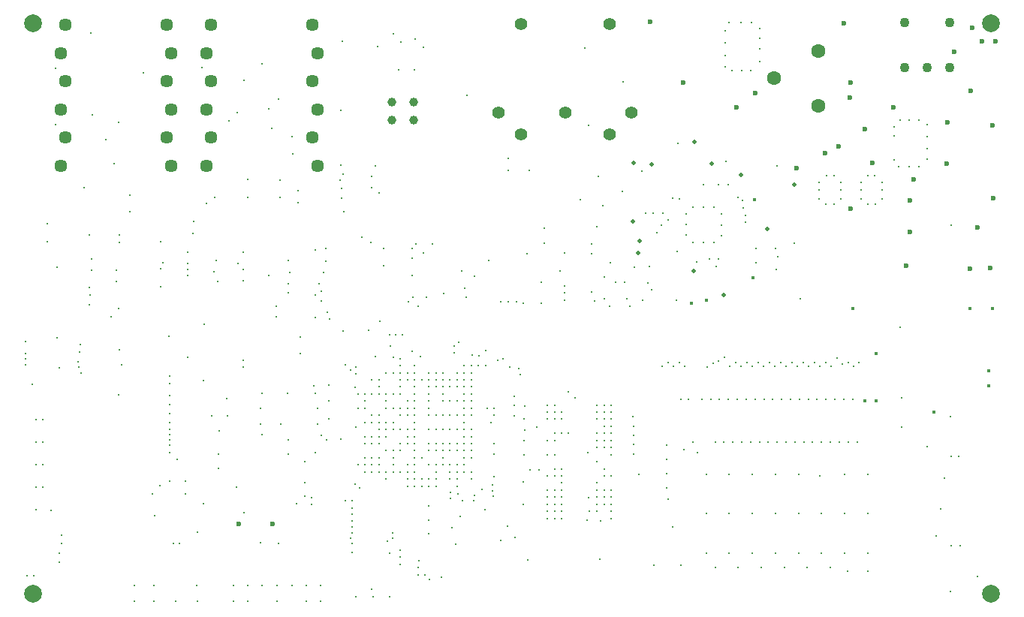
<source format=gbr>
G04 Layer_Color=0*
%FSLAX45Y45*%
%MOMM*%
%TF.FileFunction,Plated,1,8,PTH,Drill*%
%TF.Part,Single*%
G01*
G75*
%TA.AperFunction,OtherDrill,Free Pad (28.5mm,134mm)*%
%ADD202C,2.00000*%
%TA.AperFunction,OtherDrill,Free Pad (136.5mm,134mm)*%
%ADD203C,2.00000*%
%TA.AperFunction,OtherDrill,Free Pad (136.5mm,69.7mm)*%
%ADD204C,2.00000*%
%TA.AperFunction,OtherDrill,Free Pad (28.5mm,69.7mm)*%
%ADD205C,2.00000*%
%TA.AperFunction,ComponentDrill*%
%ADD206C,1.45000*%
%ADD207C,1.00000*%
%ADD208C,1.40000*%
%ADD209C,1.60000*%
%ADD210C,1.10000*%
%TA.AperFunction,ViaDrill,NotFilled*%
%ADD211C,0.40000*%
%ADD212C,0.30000*%
%ADD213C,0.20000*%
%ADD214C,0.60000*%
%ADD215C,0.50000*%
D202*
X2849999Y13400000D02*
D03*
D203*
X13650000D02*
D03*
D204*
X13650000Y6969999D02*
D03*
D205*
X2849999D02*
D03*
D206*
X3157499Y11790001D02*
D03*
Y13060001D02*
D03*
Y12425001D02*
D03*
X3212500Y13385001D02*
D03*
Y12750001D02*
D03*
X4352499Y12115001D02*
D03*
Y12750001D02*
D03*
X3212500Y12115001D02*
D03*
X4352499Y13385001D02*
D03*
X4407499Y11790001D02*
D03*
Y12425001D02*
D03*
Y13060001D02*
D03*
X4802500Y11790001D02*
D03*
Y13060001D02*
D03*
Y12425001D02*
D03*
X4857500Y13385001D02*
D03*
Y12750001D02*
D03*
X5997500Y12115001D02*
D03*
Y12750001D02*
D03*
X4857500Y12115001D02*
D03*
X5997500Y13385001D02*
D03*
X6052500Y11790001D02*
D03*
Y12425001D02*
D03*
Y13060001D02*
D03*
D207*
X6890501Y12509001D02*
D03*
X7140501D02*
D03*
X6890501Y12309001D02*
D03*
X7140501D02*
D03*
D208*
X8347501Y13395001D02*
D03*
X9347501D02*
D03*
Y12145001D02*
D03*
X8347501D02*
D03*
X8097501Y12395001D02*
D03*
X9597501D02*
D03*
X8847501D02*
D03*
D209*
X11204300Y12779100D02*
D03*
X11704300Y12469100D02*
D03*
Y13089101D02*
D03*
D210*
X13184302Y13409099D02*
D03*
X12930302Y12901099D02*
D03*
X12676302D02*
D03*
Y13409099D02*
D03*
X13184302Y12901099D02*
D03*
D211*
X13010001Y9015000D02*
D03*
X13623000Y9480000D02*
D03*
Y9310000D02*
D03*
X13410001Y10180000D02*
D03*
X13670000D02*
D03*
X10970000Y10530000D02*
D03*
X10980000Y11410000D02*
D03*
X10439999Y10280000D02*
D03*
X10270000Y10240000D02*
D03*
X12232000Y9140000D02*
D03*
X12359000D02*
D03*
X12090000Y10180000D02*
D03*
X12359000Y9680000D02*
D03*
D212*
X3140000Y9512500D02*
D03*
X9070000Y13120000D02*
D03*
X9110000Y12250000D02*
D03*
X9505000Y12745000D02*
D03*
X9240000Y7360000D02*
D03*
X9150000Y10910000D02*
D03*
X9850000Y7290000D02*
D03*
X10150000D02*
D03*
X5730001Y10459999D02*
D03*
X5730000Y10359999D02*
D03*
Y10730000D02*
D03*
X4470000Y8480000D02*
D03*
X6310000Y11630000D02*
D03*
X4890000Y10600000D02*
D03*
X5160000Y10690000D02*
D03*
X6100000Y10270000D02*
D03*
X6330000Y11430000D02*
D03*
X6070000Y10459999D02*
D03*
X13200000Y11120000D02*
D03*
X3370000Y9690000D02*
D03*
X2780000Y7172000D02*
D03*
X3140000Y7320000D02*
D03*
Y7420000D02*
D03*
X3170000Y7530000D02*
D03*
X4390000Y8900000D02*
D03*
X5030000Y9170000D02*
D03*
X5410000Y9060000D02*
D03*
Y8880000D02*
D03*
X6060000Y9060000D02*
D03*
Y8880000D02*
D03*
X4390000Y9100000D02*
D03*
Y9000000D02*
D03*
Y9200000D02*
D03*
X3170000Y7630000D02*
D03*
X6750000Y11490000D02*
D03*
X6710000Y11790000D02*
D03*
X7740000Y12590000D02*
D03*
X4390000Y8560000D02*
D03*
X6350000Y11280000D02*
D03*
X6330000Y11540000D02*
D03*
X9840000Y11260000D02*
D03*
X10010000Y11180000D02*
D03*
X9950000Y11260000D02*
D03*
X10860000Y11320000D02*
D03*
X10690000Y11580000D02*
D03*
X11240000Y11790000D02*
D03*
X9930000Y11120000D02*
D03*
X6030000Y9230000D02*
D03*
X6630000Y9939488D02*
D03*
X12630000Y9970000D02*
D03*
X10110000Y10830000D02*
D03*
X10330000Y10710000D02*
D03*
X10550000Y10660000D02*
D03*
X9222500Y11672500D02*
D03*
X3790000Y10620000D02*
D03*
X3509999Y10620000D02*
D03*
X3509999Y10747000D02*
D03*
X3790000Y10493000D02*
D03*
X8120000Y10260000D02*
D03*
X8210000D02*
D03*
X8300000D02*
D03*
X4390000Y9422501D02*
D03*
X2840000Y9330000D02*
D03*
D213*
X8727999Y8695508D02*
D03*
X6750018Y8419987D02*
D03*
X6670018D02*
D03*
X6590018D02*
D03*
X6510018D02*
D03*
X8646300Y8697202D02*
D03*
X7132500Y10310000D02*
D03*
X7282500D02*
D03*
X7167500Y10910000D02*
D03*
X7352500D02*
D03*
X12427500Y11420000D02*
D03*
Y11520000D02*
D03*
Y11610000D02*
D03*
X12342500Y11685000D02*
D03*
X12260000D02*
D03*
X12182500Y11610000D02*
D03*
Y11520000D02*
D03*
X12260000Y11360000D02*
D03*
X12350000D02*
D03*
X12182500Y11420000D02*
D03*
X7125000Y9700000D02*
D03*
X11957500Y11420000D02*
D03*
X11220000Y10865530D02*
D03*
X8727963Y7895541D02*
D03*
X8647963D02*
D03*
X9288000Y8935500D02*
D03*
X9207993Y8615492D02*
D03*
X9207963Y8455542D02*
D03*
X9287961Y8375502D02*
D03*
X7710000Y8900000D02*
D03*
X8395500Y8816500D02*
D03*
X6990000Y7460000D02*
D03*
Y7380000D02*
D03*
Y7300000D02*
D03*
X5410000Y7540000D02*
D03*
X5620000Y7537500D02*
D03*
X5987500Y8047500D02*
D03*
X6370000Y8020000D02*
D03*
X6450000D02*
D03*
X6450000Y7930000D02*
D03*
X5985000Y7977500D02*
D03*
X5910000Y8070000D02*
D03*
X6480000Y8200000D02*
D03*
X8271400Y9191900D02*
D03*
X8525000Y8842500D02*
D03*
X8015000Y8900000D02*
D03*
X8449208Y8366661D02*
D03*
X8550736D02*
D03*
X6590000Y9220000D02*
D03*
X6510000D02*
D03*
X9617500Y8537500D02*
D03*
X9247982Y7790482D02*
D03*
X9208003Y7895541D02*
D03*
X9098003Y7798041D02*
D03*
X9118003Y7895541D02*
D03*
X8197500Y7731671D02*
D03*
X8648002Y9095500D02*
D03*
X9207961Y8215502D02*
D03*
X8807963Y8215541D02*
D03*
X9207961Y7975501D02*
D03*
X9287961D02*
D03*
X9620000Y8649000D02*
D03*
X9625000Y8752500D02*
D03*
X9368000Y8695499D02*
D03*
X9288000D02*
D03*
X8728002Y8535499D02*
D03*
Y8375542D02*
D03*
X7790000Y8820015D02*
D03*
X8042726Y8540057D02*
D03*
X7789984Y8740016D02*
D03*
X8042800Y8660000D02*
D03*
X8807963Y7815541D02*
D03*
X8387000Y8696000D02*
D03*
X11230500Y10628000D02*
D03*
X8387400Y8936300D02*
D03*
X9270000Y11340000D02*
D03*
X4800000Y11370000D02*
D03*
X5270000Y11640000D02*
D03*
X9800000Y10660000D02*
D03*
X13189999Y6990100D02*
D03*
X13500000Y7160000D02*
D03*
X10010000Y8030000D02*
D03*
X9419981Y10479979D02*
D03*
X9630000Y10650000D02*
D03*
X6760000Y10040000D02*
D03*
X6870000Y9890000D02*
D03*
X9210000Y11110000D02*
D03*
X8610000Y11090000D02*
D03*
Y10920000D02*
D03*
X8420000Y10800000D02*
D03*
X6030000Y8560000D02*
D03*
X6490000Y8850000D02*
D03*
X6430000Y9490000D02*
D03*
X6370000Y9550000D02*
D03*
X6830000Y8260000D02*
D03*
X6830000Y8340000D02*
D03*
X6910000D02*
D03*
X6989948Y8340051D02*
D03*
X6710000Y9645000D02*
D03*
X6750000Y8660000D02*
D03*
X6830000Y8740000D02*
D03*
X6590000Y8740000D02*
D03*
X6830000Y8820000D02*
D03*
X5214839Y10495000D02*
D03*
X9150000Y10800000D02*
D03*
X8373000Y7970500D02*
D03*
X7629999Y8820000D02*
D03*
X9287961Y8295502D02*
D03*
X8807960Y8775542D02*
D03*
X8727960Y8775500D02*
D03*
X9615000Y8967500D02*
D03*
X9620000Y8855000D02*
D03*
X4380000Y9870000D02*
D03*
X4780000Y10010000D02*
D03*
X5220000Y9520000D02*
D03*
Y9600000D02*
D03*
X6010000Y9310000D02*
D03*
X5840000Y11510000D02*
D03*
X10390000Y9160001D02*
D03*
X10708000Y9530000D02*
D03*
X10454000Y9520000D02*
D03*
X10517500Y9562000D02*
D03*
X10581000Y9590000D02*
D03*
X10644500Y9632000D02*
D03*
X7950000Y9710000D02*
D03*
X7800000Y9660000D02*
D03*
X7710000Y9540000D02*
D03*
X5600000Y6880000D02*
D03*
X4210000D02*
D03*
X3990000D02*
D03*
X6090000D02*
D03*
X5930000D02*
D03*
X5270000D02*
D03*
X5110000D02*
D03*
X4700000Y6880000D02*
D03*
X4460000Y6880000D02*
D03*
X7790019Y9380018D02*
D03*
X7949986Y9539981D02*
D03*
X7710001Y8500000D02*
D03*
Y8420000D02*
D03*
X7790000Y8980000D02*
D03*
X7710001D02*
D03*
Y9060000D02*
D03*
X7790000D02*
D03*
X9677000Y8310000D02*
D03*
X8382900Y8534800D02*
D03*
X8391200Y9081400D02*
D03*
X8372988Y8226961D02*
D03*
X9368000Y9095500D02*
D03*
X9288000Y9015500D02*
D03*
X9368000D02*
D03*
X9208000Y8775500D02*
D03*
Y8695499D02*
D03*
X9367961Y8135502D02*
D03*
X9287961D02*
D03*
X9207961Y8055502D02*
D03*
X9287961D02*
D03*
X9367961D02*
D03*
Y7975501D02*
D03*
Y7895501D02*
D03*
Y7815501D02*
D03*
X8647963Y7815541D02*
D03*
X8807963Y7895541D02*
D03*
X8727963Y7975541D02*
D03*
X8647963D02*
D03*
Y8055541D02*
D03*
X8727963D02*
D03*
X8807963Y8135541D02*
D03*
X8727963D02*
D03*
X8647963D02*
D03*
X8807963Y8055541D02*
D03*
X8647963Y8295541D02*
D03*
X8727963D02*
D03*
X8887960Y8775500D02*
D03*
X8648002Y8935500D02*
D03*
Y9015500D02*
D03*
X8728002D02*
D03*
X8808002Y8935500D02*
D03*
Y9015500D02*
D03*
X8648002Y8535499D02*
D03*
X8807963Y7975541D02*
D03*
X8042800Y8290500D02*
D03*
X8271401Y8976166D02*
D03*
X8728002Y8935500D02*
D03*
X8286199Y7604661D02*
D03*
X8042765Y8979899D02*
D03*
X9208000Y9095500D02*
D03*
X9288000D02*
D03*
X8271375Y9095540D02*
D03*
X9288000Y8615499D02*
D03*
X9368000Y8535499D02*
D03*
Y8615499D02*
D03*
X9288000Y8855500D02*
D03*
X9368000Y8775500D02*
D03*
X9288000D02*
D03*
X7709986Y9219982D02*
D03*
X7790000Y9220000D02*
D03*
Y8500000D02*
D03*
X7710000Y8580000D02*
D03*
X7789986Y9139982D02*
D03*
X7710000Y9300000D02*
D03*
X7790000Y8580000D02*
D03*
X7070000Y8660000D02*
D03*
X7150000Y8820000D02*
D03*
Y8900000D02*
D03*
Y8660000D02*
D03*
X7310000Y8660000D02*
D03*
X7390000D02*
D03*
X7310000Y8820000D02*
D03*
X6750000Y8980000D02*
D03*
X7070000D02*
D03*
X7150000D02*
D03*
Y9220000D02*
D03*
X7310000Y9140000D02*
D03*
X7630000Y8180000D02*
D03*
X7470000Y8820000D02*
D03*
Y8980000D02*
D03*
X7550000Y8820000D02*
D03*
X7470000Y9140000D02*
D03*
X6749988Y8819982D02*
D03*
X7229987Y8499983D02*
D03*
X7470000Y8580000D02*
D03*
X6990000Y8660000D02*
D03*
X7710000Y8820000D02*
D03*
X7310000Y8420000D02*
D03*
X7469986Y9459981D02*
D03*
X7630000Y8420000D02*
D03*
X6990000Y8820000D02*
D03*
X7150000Y8740000D02*
D03*
X7469983Y8659983D02*
D03*
X7630000Y8260000D02*
D03*
X7709986Y9459981D02*
D03*
X7389986Y8579983D02*
D03*
X6910000Y8420000D02*
D03*
X7790000Y8340000D02*
D03*
X6830000Y8580000D02*
D03*
Y9060000D02*
D03*
X6990000Y9300000D02*
D03*
X7150000Y8500000D02*
D03*
Y9300000D02*
D03*
X7390000D02*
D03*
X7470000D02*
D03*
X7549981Y9299981D02*
D03*
X7630000Y9300000D02*
D03*
X7709986Y9139982D02*
D03*
X7069987Y8259983D02*
D03*
Y8419983D02*
D03*
X7390000Y8420000D02*
D03*
X7710000Y8340000D02*
D03*
X7470000Y8420000D02*
D03*
X6589988Y8339987D02*
D03*
X7150000Y8340000D02*
D03*
X7550000Y8260000D02*
D03*
X6670000Y9220000D02*
D03*
X6910000Y8500000D02*
D03*
X6909987Y8899982D02*
D03*
X7310000Y9300000D02*
D03*
X7630000Y8340000D02*
D03*
X6669988Y8339987D02*
D03*
X7630000Y8980000D02*
D03*
X7789986Y9299981D02*
D03*
X7150000Y8420000D02*
D03*
X7070000Y8820000D02*
D03*
X7230000Y8260000D02*
D03*
X6990000Y9060000D02*
D03*
X7310000Y8980000D02*
D03*
X7390000Y8820000D02*
D03*
X6989987Y8979982D02*
D03*
X6910000Y9060000D02*
D03*
X7309987Y9219982D02*
D03*
X6830000Y8900000D02*
D03*
X6990000Y8580000D02*
D03*
X7630000Y9140000D02*
D03*
X7629986Y8579983D02*
D03*
X7710000Y8660000D02*
D03*
X7470000Y8500000D02*
D03*
X6910000Y8580000D02*
D03*
Y8819999D02*
D03*
X7150000Y8580000D02*
D03*
X7310000Y9060000D02*
D03*
X7150000Y9140000D02*
D03*
X7549986Y8659983D02*
D03*
X7390000Y8980000D02*
D03*
X7550000D02*
D03*
Y8420000D02*
D03*
Y8580000D02*
D03*
Y9140000D02*
D03*
X7630000Y8660000D02*
D03*
X7470000Y9220000D02*
D03*
X7710000Y8740000D02*
D03*
X7790000Y8260000D02*
D03*
X7550000Y8340000D02*
D03*
X7150017Y8179987D02*
D03*
X7389987Y8179983D02*
D03*
X7310017Y8179987D02*
D03*
X7230017D02*
D03*
X7070017D02*
D03*
X7555000Y8040000D02*
D03*
X7310000Y7960000D02*
D03*
X6840000Y7560000D02*
D03*
X6900000Y7650000D02*
D03*
Y7590000D02*
D03*
X7389987Y8259983D02*
D03*
X7310017Y8259957D02*
D03*
X7390000Y8340000D02*
D03*
X6870000Y7420000D02*
D03*
Y6930000D02*
D03*
X6680000D02*
D03*
X6490000Y6930000D02*
D03*
X7149987Y8259983D02*
D03*
X6450000Y7430000D02*
D03*
X4280000Y8190000D02*
D03*
X4770000Y7980000D02*
D03*
X4940000Y8380000D02*
D03*
X4390000Y9340000D02*
D03*
X10527499Y11329999D02*
D03*
X10407499D02*
D03*
X10287499D02*
D03*
X10210000Y11012500D02*
D03*
Y11132500D02*
D03*
Y11252500D02*
D03*
X6340000Y11700000D02*
D03*
X10480000Y10740000D02*
D03*
X4430000Y7530000D02*
D03*
X4500000D02*
D03*
X4910000Y10730000D02*
D03*
X4930000Y10490000D02*
D03*
X4590000Y10690000D02*
D03*
X5590000Y10090000D02*
D03*
Y10205999D02*
D03*
X6150000Y10860000D02*
D03*
X6100000Y10380000D02*
D03*
X5745480Y10586999D02*
D03*
X6190000Y10068999D02*
D03*
X3355019Y9585019D02*
D03*
X3390000Y9460000D02*
D03*
X6320000Y12415000D02*
D03*
X6334338Y13199071D02*
D03*
X6320000Y11800000D02*
D03*
X6120000Y10586999D02*
D03*
X5214839Y10820000D02*
D03*
X6670000Y11550000D02*
D03*
Y11677000D02*
D03*
X2760000Y9680000D02*
D03*
Y9550000D02*
D03*
Y9615000D02*
D03*
Y9810000D02*
D03*
X3730000Y10090000D02*
D03*
X3479999Y10423000D02*
D03*
X3010000Y11140000D02*
D03*
X4290000Y10630000D02*
D03*
X3760000Y11820000D02*
D03*
X3010000Y10940000D02*
D03*
X4290000Y10430000D02*
D03*
X3810000Y12280000D02*
D03*
X3940000Y11460000D02*
D03*
X3500000Y13289999D02*
D03*
X3670000Y12090000D02*
D03*
X4090000Y12839999D02*
D03*
X3520000Y12370000D02*
D03*
X3100000Y12889999D02*
D03*
X3819999Y11010000D02*
D03*
X8206959Y11745000D02*
D03*
Y11875000D02*
D03*
X8440000Y11745000D02*
D03*
X12560000Y12230000D02*
D03*
Y11860000D02*
D03*
Y12130000D02*
D03*
X12930000Y12120000D02*
D03*
Y11990000D02*
D03*
Y11870000D02*
D03*
Y12260000D02*
D03*
X12839999Y12310000D02*
D03*
X12730000D02*
D03*
X12630000D02*
D03*
X12730000Y11780000D02*
D03*
X12610000D02*
D03*
X12839999D02*
D03*
X10940000Y12870000D02*
D03*
X10840000D02*
D03*
X10730000D02*
D03*
X10650000Y13180000D02*
D03*
Y13039999D02*
D03*
Y12910001D02*
D03*
X10700000Y13410001D02*
D03*
X10830000D02*
D03*
X10950000D02*
D03*
X10409999Y10927499D02*
D03*
X10529999D02*
D03*
X10289999D02*
D03*
X10609999Y11007499D02*
D03*
Y11127499D02*
D03*
Y11247499D02*
D03*
X11040000Y13339999D02*
D03*
Y13230000D02*
D03*
Y13110001D02*
D03*
Y12970000D02*
D03*
X11790000Y11360000D02*
D03*
X11880000D02*
D03*
X11957500Y11520000D02*
D03*
Y11610000D02*
D03*
X11880000Y11685000D02*
D03*
X11797500D02*
D03*
X11712500Y11610000D02*
D03*
Y11520000D02*
D03*
Y11420000D02*
D03*
X10740000Y8680000D02*
D03*
X10640000D02*
D03*
X4589999Y10820000D02*
D03*
Y10560000D02*
D03*
X5214839Y10625000D02*
D03*
X4750000Y12900000D02*
D03*
X5150000Y12390000D02*
D03*
X5430000Y12939999D02*
D03*
X5620000Y12550000D02*
D03*
X5770000Y12120000D02*
D03*
X5060000Y12300000D02*
D03*
X5270000Y11440000D02*
D03*
X5630000D02*
D03*
X5540000Y12220000D02*
D03*
X5630000Y11630000D02*
D03*
X3420000Y11550000D02*
D03*
X4900000Y11440000D02*
D03*
X6030000Y10840999D02*
D03*
Y10078999D02*
D03*
X6669988Y8979982D02*
D03*
X7309987Y8579983D02*
D03*
X7070000Y8740000D02*
D03*
X6750000Y8500000D02*
D03*
X7789982Y9459981D02*
D03*
X4589999Y10625000D02*
D03*
X2860000Y7170000D02*
D03*
X3940000Y11280000D02*
D03*
X4210000Y7060000D02*
D03*
X3990000D02*
D03*
X2880000Y8676000D02*
D03*
X2960000Y8168000D02*
D03*
X2880000D02*
D03*
Y7914000D02*
D03*
X5110000Y7060000D02*
D03*
X5930000D02*
D03*
X6090000D02*
D03*
X5600000D02*
D03*
X5770000D02*
D03*
X5430000D02*
D03*
X5270000D02*
D03*
X3360000Y9520000D02*
D03*
X5510000Y10560000D02*
D03*
X6750000Y8899999D02*
D03*
X6589970Y8900000D02*
D03*
X4860000Y8970000D02*
D03*
X5040000D02*
D03*
X6730000Y13139999D02*
D03*
X5510000Y12440000D02*
D03*
X7000000Y13189999D02*
D03*
X6910000Y13280000D02*
D03*
X7160000Y13220000D02*
D03*
X7250000Y13130000D02*
D03*
X5780000Y11930000D02*
D03*
X6970000Y12880000D02*
D03*
X7150000D02*
D03*
X6800000Y10860000D02*
D03*
X6170000Y10140000D02*
D03*
X6030000Y10332999D02*
D03*
X6150000Y10720000D02*
D03*
X6590001Y8500000D02*
D03*
X6670001D02*
D03*
X6450000Y7790000D02*
D03*
Y7860000D02*
D03*
Y7720000D02*
D03*
X6670000Y8900000D02*
D03*
X6530000Y8160000D02*
D03*
X4390000Y8820000D02*
D03*
Y8760000D02*
D03*
Y8700000D02*
D03*
Y8640000D02*
D03*
X6660000Y10930000D02*
D03*
X6560000Y10990000D02*
D03*
X2960000Y8930000D02*
D03*
X2880000D02*
D03*
X2960000Y8676000D02*
D03*
X3820000Y9720000D02*
D03*
X3810000Y9210000D02*
D03*
X3850000Y9550000D02*
D03*
X5430000Y9224000D02*
D03*
X4950000Y8800000D02*
D03*
X4940000Y8540000D02*
D03*
X4590000Y9630000D02*
D03*
X6450000Y7650000D02*
D03*
X6430000Y7590000D02*
D03*
X5730000Y8700000D02*
D03*
Y8540000D02*
D03*
X5820000Y7980000D02*
D03*
X6180000Y9320000D02*
D03*
X4570000Y8090000D02*
D03*
X4220000Y7850000D02*
D03*
X6180000Y9140000D02*
D03*
X5860000Y9860000D02*
D03*
Y9680000D02*
D03*
X5721000Y9224000D02*
D03*
X5640000Y8880000D02*
D03*
X4570000Y8240000D02*
D03*
X4190000Y8090000D02*
D03*
X4390000Y8240000D02*
D03*
X5140000Y8170000D02*
D03*
X5428740Y8760000D02*
D03*
X10410000Y11580000D02*
D03*
X10650000Y13320000D02*
D03*
X10135000Y11417500D02*
D03*
X10065000Y11430000D02*
D03*
X9760000Y11260000D02*
D03*
X10880000Y11160000D02*
D03*
X10880000Y11230000D02*
D03*
X10797500Y11440000D02*
D03*
X11500000Y10290000D02*
D03*
X10660000Y11840000D02*
D03*
X10120000Y12050000D02*
D03*
X10850000Y11400000D02*
D03*
X11430000Y10920000D02*
D03*
X10580000Y11580000D02*
D03*
X10940000Y8680000D02*
D03*
X7190000Y7260000D02*
D03*
X7190000Y7180000D02*
D03*
X7200000Y7340000D02*
D03*
X7320000Y7130000D02*
D03*
X7270000Y7180000D02*
D03*
X2880000Y8422000D02*
D03*
X2960000D02*
D03*
X3050000Y7910000D02*
D03*
X6450000Y7530000D02*
D03*
X7642500Y8090000D02*
D03*
X7310000Y7640000D02*
D03*
X10771500Y9572000D02*
D03*
X10898500D02*
D03*
X11025500D02*
D03*
X11152500D02*
D03*
X11279500D02*
D03*
X11406500D02*
D03*
X11533500D02*
D03*
X11660500D02*
D03*
X11787500D02*
D03*
X11914500Y9622000D02*
D03*
X12041500Y9572000D02*
D03*
X10590000Y9160001D02*
D03*
X10840000Y8680000D02*
D03*
X11140000D02*
D03*
X11040000D02*
D03*
X11940000D02*
D03*
X11440000D02*
D03*
X12040000D02*
D03*
X12140000D02*
D03*
X10790000Y9160001D02*
D03*
X11090000D02*
D03*
X10990000D02*
D03*
X10890000D02*
D03*
X11590000Y9160001D02*
D03*
X11790000Y9160001D02*
D03*
X11690000D02*
D03*
X11990000D02*
D03*
X11890000Y9160001D02*
D03*
X12090000Y9160001D02*
D03*
X10490000D02*
D03*
X10540000Y8680000D02*
D03*
X10835000Y9530000D02*
D03*
X11216000D02*
D03*
X11343000D02*
D03*
X11089000D02*
D03*
X10962000D02*
D03*
X11724000D02*
D03*
X11851000D02*
D03*
X11597000D02*
D03*
X12105000D02*
D03*
X11978000Y9560000D02*
D03*
X10073000Y9530000D02*
D03*
X9946000D02*
D03*
X10200000D02*
D03*
X10136500Y9572000D02*
D03*
X10009500D02*
D03*
X11470000Y9530000D02*
D03*
X7552500Y8110000D02*
D03*
X7870000Y9540000D02*
D03*
X7790000D02*
D03*
X7880000Y9650000D02*
D03*
X12163500Y9572000D02*
D03*
X7629981Y9459981D02*
D03*
X10690000Y9160001D02*
D03*
X7310000Y9460000D02*
D03*
X7389986Y9459981D02*
D03*
X7230000Y9380000D02*
D03*
X7390014Y9379981D02*
D03*
X7470014D02*
D03*
X7550014D02*
D03*
X7310014D02*
D03*
X7710014D02*
D03*
X7630000Y9380000D02*
D03*
X8959712Y9174605D02*
D03*
X7120000Y10560000D02*
D03*
Y10750000D02*
D03*
X6800000Y10670000D02*
D03*
X9150000Y10370000D02*
D03*
X8790000Y10610000D02*
D03*
X7189985Y10209980D02*
D03*
X7077500Y10260000D02*
D03*
X7119980Y10860020D02*
D03*
X7249965Y10810000D02*
D03*
X8840000Y10360001D02*
D03*
Y10810000D02*
D03*
X8840000Y10280000D02*
D03*
X8580000Y10240000D02*
D03*
X6940000Y9890000D02*
D03*
X7010000D02*
D03*
X8840000Y10440000D02*
D03*
X8580000Y10480000D02*
D03*
X7990000Y10730000D02*
D03*
X7480000Y10350000D02*
D03*
X7730000Y10310000D02*
D03*
X7720000Y10409200D02*
D03*
X7830000Y10550000D02*
D03*
X11840000Y8680000D02*
D03*
X11740000D02*
D03*
X11640000D02*
D03*
X11390000Y9160001D02*
D03*
X11490000Y9160001D02*
D03*
X11540000Y8680000D02*
D03*
X11290000Y9160001D02*
D03*
X11190000Y9160001D02*
D03*
X11240000Y8680000D02*
D03*
X11340000D02*
D03*
X10440000Y7420000D02*
D03*
X10699734Y7420000D02*
D03*
X10960000Y7420000D02*
D03*
X11220000D02*
D03*
X11480000D02*
D03*
X11740000D02*
D03*
X12000000D02*
D03*
X12260000D02*
D03*
X12260000Y7870000D02*
D03*
X12000000D02*
D03*
X11740000D02*
D03*
X11480000D02*
D03*
X11220000D02*
D03*
X10960000D02*
D03*
X10699735Y7870000D02*
D03*
X10440000Y7870000D02*
D03*
X12260000Y8310000D02*
D03*
X12000000D02*
D03*
X11480000D02*
D03*
X11220000D02*
D03*
X10960000D02*
D03*
X10699735Y8310000D02*
D03*
X10440000Y8310000D02*
D03*
X11720000Y8300000D02*
D03*
X10539735Y7259735D02*
D03*
X10800000Y7260456D02*
D03*
X11060000Y7259735D02*
D03*
X11320000D02*
D03*
X11579733D02*
D03*
X11839733Y7259735D02*
D03*
X12029732Y7219735D02*
D03*
X12259735Y7219735D02*
D03*
X10060000Y7720000D02*
D03*
X6180000Y8940000D02*
D03*
X8150000Y9620000D02*
D03*
X8380000Y10240000D02*
D03*
X7690000Y8020000D02*
D03*
X6100000Y8750000D02*
D03*
X7680000Y10610000D02*
D03*
X5840000Y11380000D02*
D03*
X9520000Y10480000D02*
D03*
X13200000Y8520000D02*
D03*
X12930000Y8630000D02*
D03*
X9990000Y8160000D02*
D03*
X10340000Y8560000D02*
D03*
X10290000Y8680000D02*
D03*
X10190000Y8590000D02*
D03*
X13035001Y7615000D02*
D03*
X13289999Y8520000D02*
D03*
X13130000Y8270000D02*
D03*
X13200000Y7510000D02*
D03*
X13300000D02*
D03*
X10150000Y9160000D02*
D03*
X10240000Y9160001D02*
D03*
X11000000Y10860000D02*
D03*
X9990000Y8640000D02*
D03*
Y8480000D02*
D03*
Y8320000D02*
D03*
X9780000Y10470000D02*
D03*
X11250000Y10770000D02*
D03*
X11000000Y10700000D02*
D03*
X9880000Y11040000D02*
D03*
X10580000Y10740000D02*
D03*
X13080000Y7920000D02*
D03*
X7450000Y7150000D02*
D03*
X6670000Y7020000D02*
D03*
X9497500Y11505000D02*
D03*
X6490000Y9450000D02*
D03*
Y9520000D02*
D03*
X6590000Y8659999D02*
D03*
X6670000Y8660000D02*
D03*
X6670001Y8740000D02*
D03*
X6750000Y8740000D02*
D03*
X6320800Y8710000D02*
D03*
X9710000Y11730000D02*
D03*
X7610000Y7527500D02*
D03*
X5230000Y12760000D02*
D03*
X3120000Y9850000D02*
D03*
X4290000Y10940000D02*
D03*
X3819999Y10931000D02*
D03*
X3479999Y10230000D02*
D03*
X3384840Y9780000D02*
D03*
X4650000Y11030000D02*
D03*
X4310000Y10700000D02*
D03*
X3810000Y10180000D02*
D03*
X3479999Y11010000D02*
D03*
X3100000Y12260000D02*
D03*
X6160000Y8700000D02*
D03*
X5230000Y7880000D02*
D03*
X4690000Y7060000D02*
D03*
X4700000Y7660000D02*
D03*
X8888100Y9245400D02*
D03*
X8035000Y8070000D02*
D03*
X9107521Y8555019D02*
D03*
X6749988Y8339987D02*
D03*
X7070001Y8340000D02*
D03*
X9207961Y8135502D02*
D03*
X9112500Y8052500D02*
D03*
X8808002Y8295541D02*
D03*
Y8375542D02*
D03*
X5910000Y8460000D02*
D03*
X7790000Y8660000D02*
D03*
X9367961Y8295502D02*
D03*
X13195000Y8965000D02*
D03*
X12642500Y9180000D02*
D03*
Y8847500D02*
D03*
X5910000Y8220000D02*
D03*
X6990000Y9220000D02*
D03*
X6750000Y9380000D02*
D03*
X6670000D02*
D03*
X6830000Y9140000D02*
D03*
X6749988Y9299981D02*
D03*
X6750000Y9220000D02*
D03*
X6910000Y9220000D02*
D03*
X6830000Y9220000D02*
D03*
X6589987Y9059982D02*
D03*
X6510000Y9060000D02*
D03*
X6588000Y9139000D02*
D03*
X7070000Y9060000D02*
D03*
X7150000D02*
D03*
X7070000Y9140000D02*
D03*
X6340000Y9932500D02*
D03*
X6482500Y9297500D02*
D03*
X6829986Y9459981D02*
D03*
X6910000Y9635000D02*
D03*
X6990000Y9620000D02*
D03*
X7150000Y9540000D02*
D03*
X7220000Y9640000D02*
D03*
X6990000Y9540000D02*
D03*
X7150000Y9460000D02*
D03*
X7070000D02*
D03*
X6990000D02*
D03*
X6910000D02*
D03*
X7150000Y9380000D02*
D03*
X7069987Y9379981D02*
D03*
X6989987D02*
D03*
X6879188Y9761688D02*
D03*
X7945000Y7917500D02*
D03*
X7311866Y7795634D02*
D03*
X9290000Y10536250D02*
D03*
X9181700Y10269200D02*
D03*
X9545000Y10292500D02*
D03*
X9348750Y10207500D02*
D03*
X9290000Y10292500D02*
D03*
X9824188Y10399188D02*
D03*
X10102500Y10280000D02*
D03*
X9357500Y10702500D02*
D03*
X9721230Y10281270D02*
D03*
X8220000Y9527500D02*
D03*
X9580000Y10207500D02*
D03*
X9368000Y8855500D02*
D03*
X8728002Y9095500D02*
D03*
X9368000Y8935500D02*
D03*
X8090000Y9600000D02*
D03*
X8322500Y9510000D02*
D03*
X7966601Y9060016D02*
D03*
X8042801D02*
D03*
X8032900Y8193800D02*
D03*
X8032700Y8130300D02*
D03*
X7911400Y8147100D02*
D03*
X8342500Y9442500D02*
D03*
X7570000Y7710000D02*
D03*
X8118300Y7564200D02*
D03*
X7667500Y7837500D02*
D03*
X7830000Y8080000D02*
D03*
X7600000Y9756790D02*
D03*
X7600370Y9682973D02*
D03*
X7650000Y9805000D02*
D03*
X7815381Y8014619D02*
D03*
X8424200Y7347500D02*
D03*
X9207961Y9015500D02*
D03*
X9208000Y8935500D02*
D03*
X8727963Y7815541D02*
D03*
X4662500Y11162500D02*
D03*
X4770000Y9370000D02*
D03*
X9017500Y11415000D02*
D03*
X3120000Y10650000D02*
D03*
X3492500Y10335000D02*
D03*
D214*
X12310000Y11830000D02*
D03*
X13420000Y12640000D02*
D03*
X12230000Y12210000D02*
D03*
X12780000Y11640000D02*
D03*
X13700000Y13200000D02*
D03*
X13410001Y10630000D02*
D03*
X12740000Y11050000D02*
D03*
X13680000Y11430000D02*
D03*
X13500000Y11095000D02*
D03*
X11990000Y13400000D02*
D03*
X13150000Y11820000D02*
D03*
X13239999Y13080000D02*
D03*
X13160001Y12280000D02*
D03*
X11460000Y11770000D02*
D03*
X12690000Y10670000D02*
D03*
X12740000Y11400000D02*
D03*
X12550000Y12450000D02*
D03*
X13670000Y12250000D02*
D03*
X13639999Y10640000D02*
D03*
X13550000Y13200000D02*
D03*
X13439999Y13350000D02*
D03*
X10780000Y12450000D02*
D03*
X12060000Y12560000D02*
D03*
X12070000Y12730000D02*
D03*
X11780000Y11940000D02*
D03*
X10990000Y12610000D02*
D03*
X10180000Y12730000D02*
D03*
X12070000Y11310000D02*
D03*
X11930000Y12009920D02*
D03*
X9810000Y13420000D02*
D03*
X5550000Y7750000D02*
D03*
X5170000D02*
D03*
D215*
X10310000Y12060000D02*
D03*
X10830000Y11690000D02*
D03*
X9820000Y11810000D02*
D03*
X10640000Y10340000D02*
D03*
X11130000Y11080000D02*
D03*
X10500000Y11820000D02*
D03*
X11430000Y11580000D02*
D03*
X9690000Y10950000D02*
D03*
X9670000Y10810000D02*
D03*
X9610000Y11170000D02*
D03*
X10300000Y10610000D02*
D03*
X9620000Y11830000D02*
D03*
%TF.MD5,125887f3b6444b7aa03bf27cfe60f625*%
M02*

</source>
